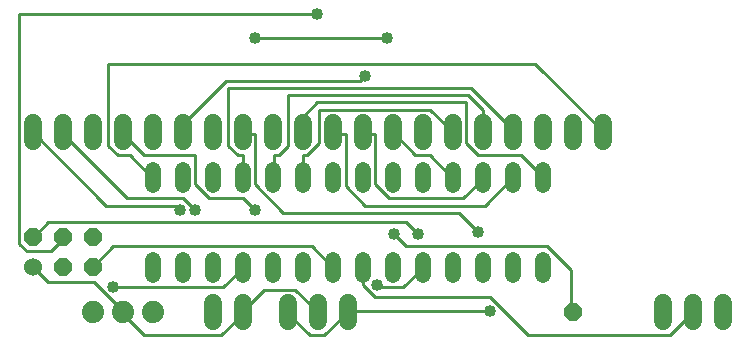
<source format=gbl>
G75*
G70*
%OFA0B0*%
%FSLAX24Y24*%
%IPPOS*%
%LPD*%
%AMOC8*
5,1,8,0,0,1.08239X$1,22.5*
%
%ADD10C,0.0600*%
%ADD11C,0.0520*%
%ADD12C,0.0740*%
%ADD13C,0.0600*%
%ADD14OC8,0.0600*%
%ADD15C,0.0100*%
%ADD16C,0.0400*%
D10*
X008109Y002303D02*
X008109Y002903D01*
X009109Y002903D02*
X009109Y002303D01*
X010609Y002303D02*
X010609Y002903D01*
X011609Y002903D02*
X011609Y002303D01*
X012609Y002303D02*
X012609Y002903D01*
X013109Y008303D02*
X013109Y008903D01*
X014109Y008903D02*
X014109Y008303D01*
X015109Y008303D02*
X015109Y008903D01*
X016109Y008903D02*
X016109Y008303D01*
X017109Y008303D02*
X017109Y008903D01*
X018109Y008903D02*
X018109Y008303D01*
X019109Y008303D02*
X019109Y008903D01*
X020109Y008903D02*
X020109Y008303D01*
X021109Y008303D02*
X021109Y008903D01*
X012109Y008903D02*
X012109Y008303D01*
X011109Y008303D02*
X011109Y008903D01*
X010109Y008903D02*
X010109Y008303D01*
X009109Y008303D02*
X009109Y008903D01*
X008109Y008903D02*
X008109Y008303D01*
X007109Y008303D02*
X007109Y008903D01*
X006109Y008903D02*
X006109Y008303D01*
X005109Y008303D02*
X005109Y008903D01*
X004109Y008903D02*
X004109Y008303D01*
X003109Y008303D02*
X003109Y008903D01*
X002109Y008903D02*
X002109Y008303D01*
X023109Y002903D02*
X023109Y002303D01*
X024109Y002303D02*
X024109Y002903D01*
X025109Y002903D02*
X025109Y002303D01*
D11*
X019109Y003843D02*
X019109Y004363D01*
X018109Y004363D02*
X018109Y003843D01*
X017109Y003843D02*
X017109Y004363D01*
X016109Y004363D02*
X016109Y003843D01*
X015109Y003843D02*
X015109Y004363D01*
X014109Y004363D02*
X014109Y003843D01*
X013109Y003843D02*
X013109Y004363D01*
X012109Y004363D02*
X012109Y003843D01*
X011109Y003843D02*
X011109Y004363D01*
X010109Y004363D02*
X010109Y003843D01*
X009109Y003843D02*
X009109Y004363D01*
X008109Y004363D02*
X008109Y003843D01*
X007109Y003843D02*
X007109Y004363D01*
X006109Y004363D02*
X006109Y003843D01*
X006109Y006843D02*
X006109Y007363D01*
X007109Y007363D02*
X007109Y006843D01*
X008109Y006843D02*
X008109Y007363D01*
X009109Y007363D02*
X009109Y006843D01*
X010109Y006843D02*
X010109Y007363D01*
X011109Y007363D02*
X011109Y006843D01*
X012109Y006843D02*
X012109Y007363D01*
X013109Y007363D02*
X013109Y006843D01*
X014109Y006843D02*
X014109Y007363D01*
X015109Y007363D02*
X015109Y006843D01*
X016109Y006843D02*
X016109Y007363D01*
X017109Y007363D02*
X017109Y006843D01*
X018109Y006843D02*
X018109Y007363D01*
X019109Y007363D02*
X019109Y006843D01*
D12*
X004109Y002603D03*
X005109Y002603D03*
X006109Y002603D03*
D13*
X002109Y004103D03*
D14*
X003109Y004103D03*
X004109Y004103D03*
X004109Y005103D03*
X003109Y005103D03*
X002109Y005103D03*
X020109Y002603D03*
D15*
X020069Y002643D01*
X020069Y004003D01*
X019269Y004803D01*
X014549Y004803D01*
X014149Y005203D01*
X014549Y005603D02*
X002629Y005603D01*
X002149Y005123D01*
X002109Y005103D01*
X001669Y004883D02*
X001669Y012563D01*
X011589Y012563D01*
X009509Y011763D02*
X013909Y011763D01*
X013189Y010483D02*
X013029Y010323D01*
X008549Y010323D01*
X007109Y008883D01*
X007109Y008603D01*
X007509Y007843D02*
X005829Y007843D01*
X005109Y008563D01*
X005109Y008603D01*
X004629Y008163D02*
X004629Y010883D01*
X018869Y010883D01*
X021109Y008643D01*
X021109Y008603D01*
X019109Y007123D02*
X019109Y007103D01*
X019109Y007123D02*
X018389Y007843D01*
X016949Y007843D01*
X016549Y008243D01*
X016549Y009603D01*
X011589Y009603D01*
X011109Y009123D01*
X011109Y008603D01*
X011669Y008243D02*
X011669Y009363D01*
X015349Y009363D01*
X016109Y008603D01*
X017109Y008603D02*
X017109Y009363D01*
X016629Y009843D01*
X010629Y009843D01*
X010629Y008163D01*
X010309Y007843D01*
X010149Y007843D01*
X010149Y007123D01*
X010109Y007103D01*
X009509Y006883D02*
X009509Y008563D01*
X009109Y008563D01*
X009109Y008603D01*
X008629Y008163D02*
X008629Y010083D01*
X016709Y010083D01*
X018149Y008643D01*
X018109Y008603D01*
X018109Y007103D02*
X018069Y007043D01*
X017189Y006163D01*
X013189Y006163D01*
X012549Y006803D01*
X012549Y008563D01*
X012149Y008563D01*
X012109Y008603D01*
X011669Y008243D02*
X011269Y007843D01*
X011109Y007843D01*
X011109Y007103D01*
X010469Y005923D02*
X009509Y006883D01*
X009109Y007103D02*
X009109Y007843D01*
X008949Y007843D01*
X008629Y008163D01*
X007509Y007843D02*
X007509Y006883D01*
X007989Y006403D01*
X009109Y006403D01*
X009509Y006003D01*
X010469Y005923D02*
X016309Y005923D01*
X016949Y005283D01*
X014949Y005203D02*
X014549Y005603D01*
X013989Y006403D02*
X013509Y006883D01*
X013509Y008563D01*
X013109Y008563D01*
X013109Y008603D01*
X014109Y008603D02*
X014869Y007843D01*
X015349Y007843D01*
X016069Y007123D01*
X016109Y007103D01*
X016469Y006403D02*
X017109Y007043D01*
X017109Y007103D01*
X016469Y006403D02*
X013989Y006403D01*
X012069Y004163D02*
X011429Y004803D01*
X004789Y004803D01*
X004149Y004163D01*
X004109Y004103D01*
X004149Y003603D02*
X002629Y003603D01*
X002149Y004083D01*
X002109Y004103D01*
X001909Y004643D02*
X001669Y004883D01*
X001909Y004643D02*
X002709Y004643D01*
X003109Y005043D01*
X003109Y005103D01*
X004549Y006163D02*
X002109Y008603D01*
X003109Y008563D02*
X003109Y008603D01*
X003109Y008563D02*
X005269Y006403D01*
X007109Y006403D01*
X007509Y006003D01*
X007029Y006003D02*
X006869Y006163D01*
X004549Y006163D01*
X006069Y007123D02*
X006109Y007103D01*
X006069Y007123D02*
X005349Y007843D01*
X004949Y007843D01*
X004629Y008163D01*
X012069Y004163D02*
X012109Y004103D01*
X013109Y004103D02*
X013109Y003523D01*
X013509Y003123D01*
X017349Y003123D01*
X018629Y001843D01*
X023349Y001843D01*
X024109Y002603D01*
X017349Y002643D02*
X012629Y002643D01*
X012609Y002603D01*
X012549Y002563D01*
X011829Y001843D01*
X011349Y001843D01*
X010629Y002563D01*
X010609Y002603D01*
X010869Y003363D02*
X011589Y002643D01*
X011609Y002603D01*
X010869Y003363D02*
X009829Y003363D01*
X009109Y002643D01*
X009109Y002603D01*
X009109Y002563D01*
X008389Y001843D01*
X005829Y001843D01*
X005109Y002563D01*
X005109Y002603D01*
X005109Y002643D01*
X004149Y003603D01*
X004789Y003443D02*
X008469Y003443D01*
X009109Y004083D01*
X009109Y004103D01*
X013589Y003523D02*
X013669Y003443D01*
X014469Y003443D01*
X015109Y004083D01*
X015109Y004103D01*
D16*
X013589Y003523D03*
X014149Y005203D03*
X014949Y005203D03*
X016949Y005283D03*
X017349Y002643D03*
X009509Y006003D03*
X007509Y006003D03*
X007029Y006003D03*
X004789Y003443D03*
X013189Y010483D03*
X013909Y011763D03*
X011589Y012563D03*
X009509Y011763D03*
M02*

</source>
